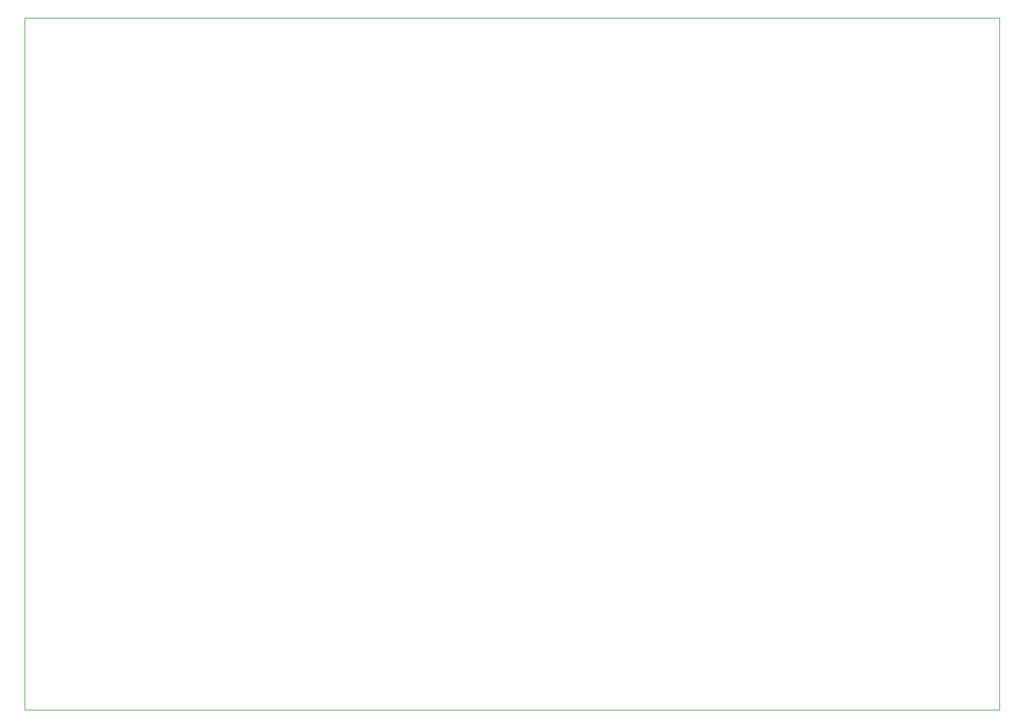
<source format=gbr>
G04 #@! TF.GenerationSoftware,KiCad,Pcbnew,(5.1.4)-1*
G04 #@! TF.CreationDate,2020-07-21T13:34:30-04:00*
G04 #@! TF.ProjectId,DC_LOAD_V01,44435f4c-4f41-4445-9f56-30312e6b6963,V01*
G04 #@! TF.SameCoordinates,Original*
G04 #@! TF.FileFunction,Profile,NP*
%FSLAX46Y46*%
G04 Gerber Fmt 4.6, Leading zero omitted, Abs format (unit mm)*
G04 Created by KiCad (PCBNEW (5.1.4)-1) date 2020-07-21 13:34:30*
%MOMM*%
%LPD*%
G04 APERTURE LIST*
%ADD10C,0.050000*%
G04 APERTURE END LIST*
D10*
X76962000Y-48006000D02*
X76962000Y-91186000D01*
X211074000Y-48006000D02*
X76962000Y-48006000D01*
X211074000Y-143256000D02*
X211074000Y-48006000D01*
X76962000Y-143256000D02*
X211074000Y-143256000D01*
X76962000Y-91186000D02*
X76962000Y-143256000D01*
M02*

</source>
